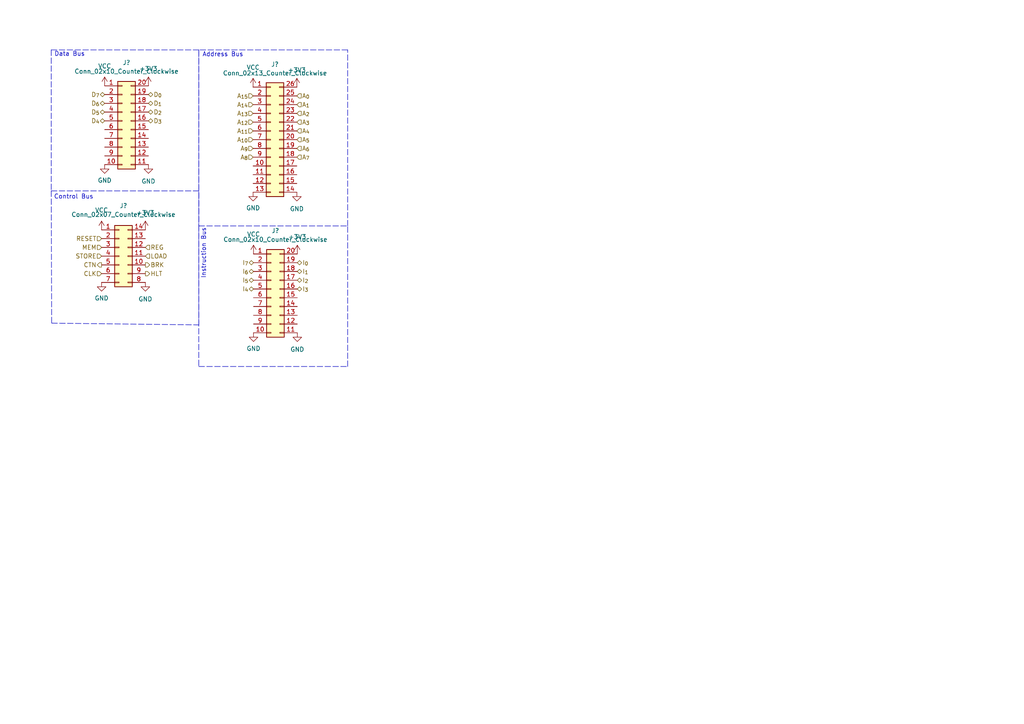
<source format=kicad_sch>
(kicad_sch (version 20211123) (generator eeschema)
  (paper "A4")
  (lib_symbols
    (symbol "Connector_Generic:Conn_02x07_Counter_Clockwise" (pin_names (offset 1.016) hide)
      (property "Reference" "J" (at 1.27 10.16 0))
      (property "Value" "Conn_02x07_Counter_Clockwise" (at 1.27 -10.16 0))
      (symbol "Conn_02x07_Counter_Clockwise_1_1"
        (rectangle (start -1.27 -7.493) (end 0 -7.747) (stroke (width 0.1524)))
        (rectangle (start -1.27 -4.953) (end 0 -5.207) (stroke (width 0.1524)))
        (rectangle (start -1.27 -2.413) (end 0 -2.667) (stroke (width 0.1524)))
        (rectangle (start -1.27 0.127) (end 0 -0.127) (stroke (width 0.1524)))
        (rectangle (start -1.27 2.667) (end 0 2.413) (stroke (width 0.1524)))
        (rectangle (start -1.27 5.207) (end 0 4.953) (stroke (width 0.1524)))
        (rectangle (start -1.27 7.747) (end 0 7.493) (stroke (width 0.1524)))
        (rectangle (start -1.27 8.89) (end 3.81 -8.89) (stroke (width 0.254)) (fill (type background)))
        (rectangle (start 3.81 -7.493) (end 2.54 -7.747) (stroke (width 0.1524)))
        (rectangle (start 3.81 -4.953) (end 2.54 -5.207) (stroke (width 0.1524)))
        (rectangle (start 3.81 -2.413) (end 2.54 -2.667) (stroke (width 0.1524)))
        (rectangle (start 3.81 0.127) (end 2.54 -0.127) (stroke (width 0.1524)))
        (rectangle (start 3.81 2.667) (end 2.54 2.413) (stroke (width 0.1524)))
        (rectangle (start 3.81 5.207) (end 2.54 4.953) (stroke (width 0.1524)))
        (rectangle (start 3.81 7.747) (end 2.54 7.493) (stroke (width 0.1524)))
        (pin passive line (at -5.08 7.62 0) (length 3.81) (name "Pin_1") (number "1"))
        (pin passive line (at 7.62 -2.54 180) (length 3.81) (name "Pin_10") (number "10"))
        (pin passive line (at 7.62 0 180) (length 3.81) (name "Pin_11") (number "11"))
        (pin passive line (at 7.62 2.54 180) (length 3.81) (name "Pin_12") (number "12"))
        (pin passive line (at 7.62 5.08 180) (length 3.81) (name "Pin_13") (number "13"))
        (pin passive line (at 7.62 7.62 180) (length 3.81) (name "Pin_14") (number "14"))
        (pin passive line (at -5.08 5.08 0) (length 3.81) (name "Pin_2") (number "2"))
        (pin passive line (at -5.08 2.54 0) (length 3.81) (name "Pin_3") (number "3"))
        (pin passive line (at -5.08 0 0) (length 3.81) (name "Pin_4") (number "4"))
        (pin passive line (at -5.08 -2.54 0) (length 3.81) (name "Pin_5") (number "5"))
        (pin passive line (at -5.08 -5.08 0) (length 3.81) (name "Pin_6") (number "6"))
        (pin passive line (at -5.08 -7.62 0) (length 3.81) (name "Pin_7") (number "7"))
        (pin passive line (at 7.62 -7.62 180) (length 3.81) (name "Pin_8") (number "8"))
        (pin passive line (at 7.62 -5.08 180) (length 3.81) (name "Pin_9") (number "9"))
      )
    )
    (symbol "Connector_Generic:Conn_02x10_Counter_Clockwise" (pin_names (offset 1.016) hide)
      (property "Reference" "J" (at 1.27 12.7 0))
      (property "Value" "Conn_02x10_Counter_Clockwise" (at 1.27 -15.24 0))
      (symbol "Conn_02x10_Counter_Clockwise_1_1"
        (rectangle (start -1.27 -12.573) (end 0 -12.827) (stroke (width 0.1524)))
        (rectangle (start -1.27 -10.033) (end 0 -10.287) (stroke (width 0.1524)))
        (rectangle (start -1.27 -7.493) (end 0 -7.747) (stroke (width 0.1524)))
        (rectangle (start -1.27 -4.953) (end 0 -5.207) (stroke (width 0.1524)))
        (rectangle (start -1.27 -2.413) (end 0 -2.667) (stroke (width 0.1524)))
        (rectangle (start -1.27 0.127) (end 0 -0.127) (stroke (width 0.1524)))
        (rectangle (start -1.27 2.667) (end 0 2.413) (stroke (width 0.1524)))
        (rectangle (start -1.27 5.207) (end 0 4.953) (stroke (width 0.1524)))
        (rectangle (start -1.27 7.747) (end 0 7.493) (stroke (width 0.1524)))
        (rectangle (start -1.27 10.287) (end 0 10.033) (stroke (width 0.1524)))
        (rectangle (start -1.27 11.43) (end 3.81 -13.97) (stroke (width 0.254)) (fill (type background)))
        (rectangle (start 3.81 -12.573) (end 2.54 -12.827) (stroke (width 0.1524)))
        (rectangle (start 3.81 -10.033) (end 2.54 -10.287) (stroke (width 0.1524)))
        (rectangle (start 3.81 -7.493) (end 2.54 -7.747) (stroke (width 0.1524)))
        (rectangle (start 3.81 -4.953) (end 2.54 -5.207) (stroke (width 0.1524)))
        (rectangle (start 3.81 -2.413) (end 2.54 -2.667) (stroke (width 0.1524)))
        (rectangle (start 3.81 0.127) (end 2.54 -0.127) (stroke (width 0.1524)))
        (rectangle (start 3.81 2.667) (end 2.54 2.413) (stroke (width 0.1524)))
        (rectangle (start 3.81 5.207) (end 2.54 4.953) (stroke (width 0.1524)))
        (rectangle (start 3.81 7.747) (end 2.54 7.493) (stroke (width 0.1524)))
        (rectangle (start 3.81 10.287) (end 2.54 10.033) (stroke (width 0.1524)))
        (pin passive line (at -5.08 10.16 0) (length 3.81) (name "Pin_1") (number "1"))
        (pin passive line (at -5.08 -12.7 0) (length 3.81) (name "Pin_10") (number "10"))
        (pin passive line (at 7.62 -12.7 180) (length 3.81) (name "Pin_11") (number "11"))
        (pin passive line (at 7.62 -10.16 180) (length 3.81) (name "Pin_12") (number "12"))
        (pin passive line (at 7.62 -7.62 180) (length 3.81) (name "Pin_13") (number "13"))
        (pin passive line (at 7.62 -5.08 180) (length 3.81) (name "Pin_14") (number "14"))
        (pin passive line (at 7.62 -2.54 180) (length 3.81) (name "Pin_15") (number "15"))
        (pin passive line (at 7.62 0 180) (length 3.81) (name "Pin_16") (number "16"))
        (pin passive line (at 7.62 2.54 180) (length 3.81) (name "Pin_17") (number "17"))
        (pin passive line (at 7.62 5.08 180) (length 3.81) (name "Pin_18") (number "18"))
        (pin passive line (at 7.62 7.62 180) (length 3.81) (name "Pin_19") (number "19"))
        (pin passive line (at -5.08 7.62 0) (length 3.81) (name "Pin_2") (number "2"))
        (pin passive line (at 7.62 10.16 180) (length 3.81) (name "Pin_20") (number "20"))
        (pin passive line (at -5.08 5.08 0) (length 3.81) (name "Pin_3") (number "3"))
        (pin passive line (at -5.08 2.54 0) (length 3.81) (name "Pin_4") (number "4"))
        (pin passive line (at -5.08 0 0) (length 3.81) (name "Pin_5") (number "5"))
        (pin passive line (at -5.08 -2.54 0) (length 3.81) (name "Pin_6") (number "6"))
        (pin passive line (at -5.08 -5.08 0) (length 3.81) (name "Pin_7") (number "7"))
        (pin passive line (at -5.08 -7.62 0) (length 3.81) (name "Pin_8") (number "8"))
        (pin passive line (at -5.08 -10.16 0) (length 3.81) (name "Pin_9") (number "9"))
      )
    )
    (symbol "Connector_Generic:Conn_02x13_Counter_Clockwise" (pin_names (offset 1.016) hide)
      (property "Reference" "J" (at 1.27 17.78 0))
      (property "Value" "Conn_02x13_Counter_Clockwise" (at 1.27 -17.78 0))
      (symbol "Conn_02x13_Counter_Clockwise_1_1"
        (rectangle (start -1.27 -15.113) (end 0 -15.367) (stroke (width 0.1524)))
        (rectangle (start -1.27 -12.573) (end 0 -12.827) (stroke (width 0.1524)))
        (rectangle (start -1.27 -10.033) (end 0 -10.287) (stroke (width 0.1524)))
        (rectangle (start -1.27 -7.493) (end 0 -7.747) (stroke (width 0.1524)))
        (rectangle (start -1.27 -4.953) (end 0 -5.207) (stroke (width 0.1524)))
        (rectangle (start -1.27 -2.413) (end 0 -2.667) (stroke (width 0.1524)))
        (rectangle (start -1.27 0.127) (end 0 -0.127) (stroke (width 0.1524)))
        (rectangle (start -1.27 2.667) (end 0 2.413) (stroke (width 0.1524)))
        (rectangle (start -1.27 5.207) (end 0 4.953) (stroke (width 0.1524)))
        (rectangle (start -1.27 7.747) (end 0 7.493) (stroke (width 0.1524)))
        (rectangle (start -1.27 10.287) (end 0 10.033) (stroke (width 0.1524)))
        (rectangle (start -1.27 12.827) (end 0 12.573) (stroke (width 0.1524)))
        (rectangle (start -1.27 15.367) (end 0 15.113) (stroke (width 0.1524)))
        (rectangle (start -1.27 16.51) (end 3.81 -16.51) (stroke (width 0.254)) (fill (type background)))
        (rectangle (start 3.81 -15.113) (end 2.54 -15.367) (stroke (width 0.1524)))
        (rectangle (start 3.81 -12.573) (end 2.54 -12.827) (stroke (width 0.1524)))
        (rectangle (start 3.81 -10.033) (end 2.54 -10.287) (stroke (width 0.1524)))
        (rectangle (start 3.81 -7.493) (end 2.54 -7.747) (stroke (width 0.1524)))
        (rectangle (start 3.81 -4.953) (end 2.54 -5.207) (stroke (width 0.1524)))
        (rectangle (start 3.81 -2.413) (end 2.54 -2.667) (stroke (width 0.1524)))
        (rectangle (start 3.81 0.127) (end 2.54 -0.127) (stroke (width 0.1524)))
        (rectangle (start 3.81 2.667) (end 2.54 2.413) (stroke (width 0.1524)))
        (rectangle (start 3.81 5.207) (end 2.54 4.953) (stroke (width 0.1524)))
        (rectangle (start 3.81 7.747) (end 2.54 7.493) (stroke (width 0.1524)))
        (rectangle (start 3.81 10.287) (end 2.54 10.033) (stroke (width 0.1524)))
        (rectangle (start 3.81 12.827) (end 2.54 12.573) (stroke (width 0.1524)))
        (rectangle (start 3.81 15.367) (end 2.54 15.113) (stroke (width 0.1524)))
        (pin passive line (at -5.08 15.24 0) (length 3.81) (name "Pin_1") (number "1"))
        (pin passive line (at -5.08 -7.62 0) (length 3.81) (name "Pin_10") (number "10"))
        (pin passive line (at -5.08 -10.16 0) (length 3.81) (name "Pin_11") (number "11"))
        (pin passive line (at -5.08 -12.7 0) (length 3.81) (name "Pin_12") (number "12"))
        (pin passive line (at -5.08 -15.24 0) (length 3.81) (name "Pin_13") (number "13"))
        (pin passive line (at 7.62 -15.24 180) (length 3.81) (name "Pin_14") (number "14"))
        (pin passive line (at 7.62 -12.7 180) (length 3.81) (name "Pin_15") (number "15"))
        (pin passive line (at 7.62 -10.16 180) (length 3.81) (name "Pin_16") (number "16"))
        (pin passive line (at 7.62 -7.62 180) (length 3.81) (name "Pin_17") (number "17"))
        (pin passive line (at 7.62 -5.08 180) (length 3.81) (name "Pin_18") (number "18"))
        (pin passive line (at 7.62 -2.54 180) (length 3.81) (name "Pin_19") (number "19"))
        (pin passive line (at -5.08 12.7 0) (length 3.81) (name "Pin_2") (number "2"))
        (pin passive line (at 7.62 0 180) (length 3.81) (name "Pin_20") (number "20"))
        (pin passive line (at 7.62 2.54 180) (length 3.81) (name "Pin_21") (number "21"))
        (pin passive line (at 7.62 5.08 180) (length 3.81) (name "Pin_22") (number "22"))
        (pin passive line (at 7.62 7.62 180) (length 3.81) (name "Pin_23") (number "23"))
        (pin passive line (at 7.62 10.16 180) (length 3.81) (name "Pin_24") (number "24"))
        (pin passive line (at 7.62 12.7 180) (length 3.81) (name "Pin_25") (number "25"))
        (pin passive line (at 7.62 15.24 180) (length 3.81) (name "Pin_26") (number "26"))
        (pin passive line (at -5.08 10.16 0) (length 3.81) (name "Pin_3") (number "3"))
        (pin passive line (at -5.08 7.62 0) (length 3.81) (name "Pin_4") (number "4"))
        (pin passive line (at -5.08 5.08 0) (length 3.81) (name "Pin_5") (number "5"))
        (pin passive line (at -5.08 2.54 0) (length 3.81) (name "Pin_6") (number "6"))
        (pin passive line (at -5.08 0 0) (length 3.81) (name "Pin_7") (number "7"))
        (pin passive line (at -5.08 -2.54 0) (length 3.81) (name "Pin_8") (number "8"))
        (pin passive line (at -5.08 -5.08 0) (length 3.81) (name "Pin_9") (number "9"))
      )
    )
    (symbol "power:+3.3V" (power) (pin_names (offset 0))
      (property "Value" "+3.3V" (at 0 3.556 0))
      (symbol "+3.3V_0_1"
        (polyline (pts (xy -0.762 1.27) (xy 0 2.54)))
        (polyline (pts (xy 0 0) (xy 0 2.54)))
        (polyline (pts (xy 0 2.54) (xy 0.762 1.27)))
      )
      (symbol "+3.3V_1_1"
        (pin power_in line (at 0 0 90) (length 0) hide (name "+3V3") (number "1"))
      )
    )
    (symbol "power:GND" (power) (pin_names (offset 0))
      (property "Value" "GND" (at 0 -3.81 0))
      (symbol "GND_0_1"
        (polyline (pts (xy 0 0) (xy 0 -1.27) (xy 1.27 -1.27) (xy 0 -2.54) (xy -1.27 -1.27) (xy 0 -1.27)))
      )
      (symbol "GND_1_1"
        (pin power_in line (at 0 0 270) (length 0) hide (name "GND") (number "1"))
      )
    )
    (symbol "power:VCC" (power) (pin_names (offset 0))
      (property "Value" "VCC" (at 0 3.81 0))
      (symbol "VCC_0_1"
        (polyline (pts (xy -0.762 1.27) (xy 0 2.54)))
        (polyline (pts (xy 0 0) (xy 0 2.54)))
        (polyline (pts (xy 0 2.54) (xy 0.762 1.27)))
      )
      (symbol "VCC_1_1"
        (pin power_in line (at 0 0 90) (length 0) hide (name "VCC") (number "1"))
      )
    )
  )
  (polyline (pts (xy 14.986 93.726) (xy 57.658 94.234)))
  (polyline (pts (xy 100.838 14.478) (xy 57.658 14.478)))
  (polyline (pts (xy 14.859 14.478) (xy 14.859 55.372)))
  (polyline (pts (xy 100.838 65.532) (xy 100.838 14.478)))
  (polyline (pts (xy 57.658 64.516) (xy 57.658 14.478)))
  (polyline (pts (xy 100.838 106.299) (xy 100.838 65.532)))
  (polyline (pts (xy 14.859 55.372) (xy 57.658 55.372)))
  (polyline (pts (xy 57.658 106.299) (xy 100.838 106.299)))
  (polyline (pts (xy 57.658 65.532) (xy 100.838 65.532)))
  (polyline (pts (xy 57.658 14.478) (xy 57.658 65.532)))
  (polyline (pts (xy 57.658 65.532) (xy 57.658 106.426)))
  (polyline (pts (xy 57.658 94.234) (xy 57.658 55.372)))
  (polyline (pts (xy 14.859 14.478) (xy 57.658 14.478)))
  (polyline (pts (xy 14.859 55.372) (xy 14.986 93.726)))
  (text "Control Bus" (at 15.621 57.912 0) (effects (font (size 1.27 1.27)) (justify left bottom)))
  (text "Address Bus" (at 58.674 16.637 0) (effects (font (size 1.27 1.27)) (justify left bottom)))
  (text "Data Bus" (at 15.748 16.51 0) (effects (font (size 1.27 1.27)) (justify left bottom)))
  (text "Instruction Bus" (at 59.817 80.899 90) (effects (font (size 1.27 1.27)) (justify left bottom)))
  (hierarchical_label "I_{4}" (shape bidirectional) (at 73.533 83.82 180))
  (hierarchical_label "D_{3}" (shape bidirectional) (at 43.053 35.052 0))
  (hierarchical_label "A_{6}" (shape input) (at 86.106 43.053 0))
  (hierarchical_label "A_{15}" (shape input) (at 73.406 27.813 180))
  (hierarchical_label "CTN" (shape output) (at 29.464 76.835 180))
  (hierarchical_label "A_{13}" (shape input) (at 73.406 32.893 180))
  (hierarchical_label "REG" (shape input) (at 42.164 71.755 0))
  (hierarchical_label "A_{1}" (shape input) (at 86.106 30.353 0))
  (hierarchical_label "A_{9}" (shape input) (at 73.406 43.053 180))
  (hierarchical_label "RESET" (shape input) (at 29.464 69.215 180))
  (hierarchical_label "A_{7}" (shape input) (at 86.106 45.593 0))
  (hierarchical_label "D_{2}" (shape bidirectional) (at 43.053 32.512 0))
  (hierarchical_label "A_{14}" (shape input) (at 73.406 30.353 180))
  (hierarchical_label "A_{2}" (shape input) (at 86.106 32.893 0))
  (hierarchical_label "I_{2}" (shape bidirectional) (at 86.233 81.28 0))
  (hierarchical_label "I_{1}" (shape bidirectional) (at 86.233 78.74 0))
  (hierarchical_label "A_{10}" (shape input) (at 73.406 40.513 180))
  (hierarchical_label "A_{12}" (shape input) (at 73.406 35.433 180))
  (hierarchical_label "BRK" (shape output) (at 42.164 76.835 0))
  (hierarchical_label "D_{5}" (shape bidirectional) (at 30.353 32.512 180))
  (hierarchical_label "A_{3}" (shape input) (at 86.106 35.433 0))
  (hierarchical_label "A_{5}" (shape input) (at 86.106 40.513 0))
  (hierarchical_label "HLT" (shape output) (at 42.164 79.375 0))
  (hierarchical_label "A_{4}" (shape input) (at 86.106 37.973 0))
  (hierarchical_label "I_{5}" (shape bidirectional) (at 73.533 81.28 180))
  (hierarchical_label "LOAD" (shape input) (at 42.164 74.295 0))
  (hierarchical_label "D_{6}" (shape bidirectional) (at 30.353 29.972 180))
  (hierarchical_label "D_{1}" (shape bidirectional) (at 43.053 29.972 0))
  (hierarchical_label "I_{3}" (shape bidirectional) (at 86.233 83.82 0))
  (hierarchical_label "STORE" (shape input) (at 29.464 74.295 180))
  (hierarchical_label "A_{0}" (shape input) (at 86.106 27.813 0))
  (hierarchical_label "CLK" (shape input) (at 29.464 79.375 180))
  (hierarchical_label "I_{0}" (shape bidirectional) (at 86.233 76.2 0))
  (hierarchical_label "D_{4}" (shape bidirectional) (at 30.353 35.052 180))
  (hierarchical_label "I_{7}" (shape bidirectional) (at 73.533 76.2 180))
  (hierarchical_label "I_{6}" (shape bidirectional) (at 73.533 78.74 180))
  (hierarchical_label "MEM" (shape input) (at 29.464 71.755 180))
  (hierarchical_label "A_{11}" (shape input) (at 73.406 37.973 180))
  (hierarchical_label "D_{0}" (shape bidirectional) (at 43.053 27.432 0))
  (hierarchical_label "A_{8}" (shape input) (at 73.406 45.593 180))
  (hierarchical_label "D_{7}" (shape bidirectional) (at 30.353 27.432 180))
  (symbol (lib_id "power:+3.3V") (at 86.106 25.273 0) (unit 1)
    (property "Reference" "#PWR?" (effects hide))
    (property "Value" "+3.3V" (at 86.106 20.32 0))
  )
  (symbol (lib_id "power:GND") (at 73.533 96.52 0) (unit 1)
    (property "Reference" "#PWR?" (effects hide))
    (property "Value" "GND" (at 73.533 101.092 0))
  )
  (symbol (lib_id "power:GND") (at 42.164 81.915 0) (unit 1)
    (property "Reference" "#PWR?" (effects hide))
    (property "Value" "GND" (at 42.164 86.741 0))
  )
  (symbol (lib_id "Connector_Generic:Conn_02x13_Counter_Clockwise") (at 78.486 40.513 0) (unit 1)
    (property "Reference" "J?" (at 79.756 18.669 0))
    (property "Value" "Conn_02x13_Counter_Clockwise" (at 79.756 21.209 0))
    (property "Footprint" "Connector_PinHeader_2.54mm:PinHeader_2x13_P2.54mm_Horizontal" (effects hide))
  )
  (symbol (lib_id "power:GND") (at 29.464 81.915 0) (unit 1)
    (property "Reference" "#PWR?" (effects hide))
    (property "Value" "GND" (at 29.464 86.487 0))
  )
  (symbol (lib_id "Connector_Generic:Conn_02x10_Counter_Clockwise") (at 35.433 35.052 0) (unit 1)
    (property "Reference" "J?" (at 36.703 18.161 0))
    (property "Value" "Conn_02x10_Counter_Clockwise" (at 36.703 20.701 0))
    (property "Footprint" "Connector_PinSocket_2.54mm:PinSocket_2x10_P2.54mm_Horizontal" (effects hide))
  )
  (symbol (lib_id "Connector_Generic:Conn_02x10_Counter_Clockwise") (at 78.613 83.82 0) (unit 1)
    (property "Reference" "J?" (at 79.883 66.929 0))
    (property "Value" "Conn_02x10_Counter_Clockwise" (at 79.883 69.469 0))
    (property "Footprint" "Connector_PinSocket_2.54mm:PinSocket_2x10_P2.54mm_Horizontal" (effects hide))
  )
  (symbol (lib_id "power:+3.3V") (at 42.164 66.675 0) (unit 1)
    (property "Reference" "#PWR?" (effects hide))
    (property "Value" "+3.3V" (at 42.164 61.722 0))
  )
  (symbol (lib_id "power:GND") (at 30.353 47.752 0) (unit 1)
    (property "Reference" "#PWR?" (effects hide))
    (property "Value" "GND" (at 30.353 52.324 0))
  )
  (symbol (lib_id "power:VCC") (at 29.464 66.675 0) (unit 1)
    (property "Reference" "#PWR?" (effects hide))
    (property "Value" "VCC" (at 29.464 60.96 0))
  )
  (symbol (lib_id "power:+3.3V") (at 86.233 73.66 0) (unit 1)
    (property "Reference" "#PWR?" (effects hide))
    (property "Value" "+3.3V" (at 86.233 68.707 0))
  )
  (symbol (lib_id "power:GND") (at 43.053 47.752 0) (unit 1)
    (property "Reference" "#PWR?" (effects hide))
    (property "Value" "GND" (at 43.053 52.578 0))
  )
  (symbol (lib_id "power:+3.3V") (at 43.053 24.892 0) (unit 1)
    (property "Reference" "#PWR?" (effects hide))
    (property "Value" "+3.3V" (at 43.053 19.939 0))
  )
  (symbol (lib_id "power:VCC") (at 73.406 25.273 0) (unit 1)
    (property "Reference" "#PWR?" (effects hide))
    (property "Value" "VCC" (at 73.406 19.558 0))
  )
  (symbol (lib_id "power:VCC") (at 30.353 24.892 0) (unit 1)
    (property "Reference" "#PWR?" (effects hide))
    (property "Value" "VCC" (at 30.353 19.177 0))
  )
  (symbol (lib_id "power:VCC") (at 73.533 73.66 0) (unit 1)
    (property "Reference" "#PWR?" (effects hide))
    (property "Value" "VCC" (at 73.533 67.945 0))
  )
  (symbol (lib_id "power:GND") (at 86.106 55.753 0) (unit 1)
    (property "Reference" "#PWR?" (effects hide))
    (property "Value" "GND" (at 86.106 60.579 0))
  )
  (symbol (lib_id "Connector_Generic:Conn_02x07_Counter_Clockwise") (at 34.544 74.295 0) (unit 1)
    (property "Reference" "J?" (at 35.814 59.69 0))
    (property "Value" "Conn_02x07_Counter_Clockwise" (at 35.814 62.23 0))
    (property "Footprint" "Connector_PinSocket_2.54mm:PinSocket_2x07_P2.54mm_Horizontal" (effects hide))
  )
  (symbol (lib_id "power:GND") (at 73.406 55.753 0) (unit 1)
    (property "Reference" "#PWR?" (effects hide))
    (property "Value" "GND" (at 73.406 60.325 0))
  )
  (symbol (lib_id "power:GND") (at 86.233 96.52 0) (unit 1)
    (property "Reference" "#PWR?" (effects hide))
    (property "Value" "GND" (at 86.233 101.346 0))
  )
)
</source>
